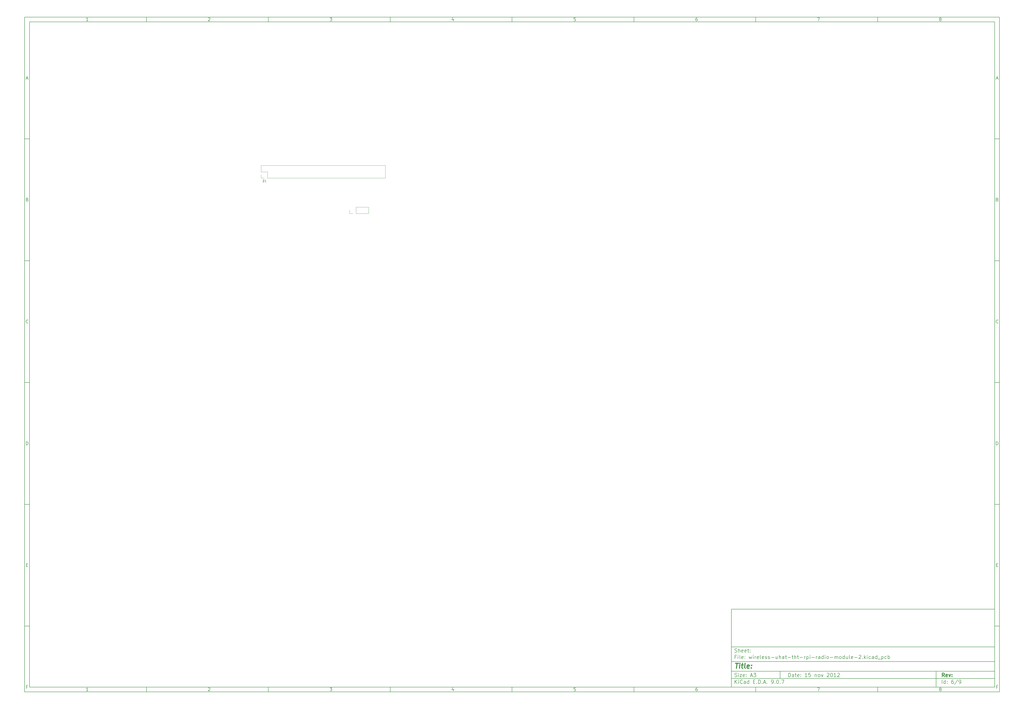
<source format=gbo>
G04 #@! TF.GenerationSoftware,KiCad,Pcbnew,9.0.7*
G04 #@! TF.CreationDate,2026-02-19T07:24:11-06:00*
G04 #@! TF.ProjectId,wireless-uhat-tht-rpi-radio-module-2,77697265-6c65-4737-932d-756861742d74,rev?*
G04 #@! TF.SameCoordinates,Original*
G04 #@! TF.FileFunction,Legend,Bot*
G04 #@! TF.FilePolarity,Positive*
%FSLAX46Y46*%
G04 Gerber Fmt 4.6, Leading zero omitted, Abs format (unit mm)*
G04 Created by KiCad (PCBNEW 9.0.7) date 2026-02-19 07:24:11*
%MOMM*%
%LPD*%
G01*
G04 APERTURE LIST*
%ADD10C,0.100000*%
%ADD11C,0.150000*%
%ADD12C,0.300000*%
%ADD13C,0.400000*%
%ADD14C,0.120000*%
G04 APERTURE END LIST*
D10*
D11*
X299989000Y-253002200D02*
X407989000Y-253002200D01*
X407989000Y-285002200D01*
X299989000Y-285002200D01*
X299989000Y-253002200D01*
D10*
D11*
X10000000Y-10000000D02*
X409989000Y-10000000D01*
X409989000Y-287002200D01*
X10000000Y-287002200D01*
X10000000Y-10000000D01*
D10*
D11*
X12000000Y-12000000D02*
X407989000Y-12000000D01*
X407989000Y-285002200D01*
X12000000Y-285002200D01*
X12000000Y-12000000D01*
D10*
D11*
X60000000Y-12000000D02*
X60000000Y-10000000D01*
D10*
D11*
X110000000Y-12000000D02*
X110000000Y-10000000D01*
D10*
D11*
X160000000Y-12000000D02*
X160000000Y-10000000D01*
D10*
D11*
X210000000Y-12000000D02*
X210000000Y-10000000D01*
D10*
D11*
X260000000Y-12000000D02*
X260000000Y-10000000D01*
D10*
D11*
X310000000Y-12000000D02*
X310000000Y-10000000D01*
D10*
D11*
X360000000Y-12000000D02*
X360000000Y-10000000D01*
D10*
D11*
X36089160Y-11593604D02*
X35346303Y-11593604D01*
X35717731Y-11593604D02*
X35717731Y-10293604D01*
X35717731Y-10293604D02*
X35593922Y-10479319D01*
X35593922Y-10479319D02*
X35470112Y-10603128D01*
X35470112Y-10603128D02*
X35346303Y-10665033D01*
D10*
D11*
X85346303Y-10417414D02*
X85408207Y-10355509D01*
X85408207Y-10355509D02*
X85532017Y-10293604D01*
X85532017Y-10293604D02*
X85841541Y-10293604D01*
X85841541Y-10293604D02*
X85965350Y-10355509D01*
X85965350Y-10355509D02*
X86027255Y-10417414D01*
X86027255Y-10417414D02*
X86089160Y-10541223D01*
X86089160Y-10541223D02*
X86089160Y-10665033D01*
X86089160Y-10665033D02*
X86027255Y-10850747D01*
X86027255Y-10850747D02*
X85284398Y-11593604D01*
X85284398Y-11593604D02*
X86089160Y-11593604D01*
D10*
D11*
X135284398Y-10293604D02*
X136089160Y-10293604D01*
X136089160Y-10293604D02*
X135655826Y-10788842D01*
X135655826Y-10788842D02*
X135841541Y-10788842D01*
X135841541Y-10788842D02*
X135965350Y-10850747D01*
X135965350Y-10850747D02*
X136027255Y-10912652D01*
X136027255Y-10912652D02*
X136089160Y-11036461D01*
X136089160Y-11036461D02*
X136089160Y-11345985D01*
X136089160Y-11345985D02*
X136027255Y-11469795D01*
X136027255Y-11469795D02*
X135965350Y-11531700D01*
X135965350Y-11531700D02*
X135841541Y-11593604D01*
X135841541Y-11593604D02*
X135470112Y-11593604D01*
X135470112Y-11593604D02*
X135346303Y-11531700D01*
X135346303Y-11531700D02*
X135284398Y-11469795D01*
D10*
D11*
X185965350Y-10726938D02*
X185965350Y-11593604D01*
X185655826Y-10231700D02*
X185346303Y-11160271D01*
X185346303Y-11160271D02*
X186151064Y-11160271D01*
D10*
D11*
X236027255Y-10293604D02*
X235408207Y-10293604D01*
X235408207Y-10293604D02*
X235346303Y-10912652D01*
X235346303Y-10912652D02*
X235408207Y-10850747D01*
X235408207Y-10850747D02*
X235532017Y-10788842D01*
X235532017Y-10788842D02*
X235841541Y-10788842D01*
X235841541Y-10788842D02*
X235965350Y-10850747D01*
X235965350Y-10850747D02*
X236027255Y-10912652D01*
X236027255Y-10912652D02*
X236089160Y-11036461D01*
X236089160Y-11036461D02*
X236089160Y-11345985D01*
X236089160Y-11345985D02*
X236027255Y-11469795D01*
X236027255Y-11469795D02*
X235965350Y-11531700D01*
X235965350Y-11531700D02*
X235841541Y-11593604D01*
X235841541Y-11593604D02*
X235532017Y-11593604D01*
X235532017Y-11593604D02*
X235408207Y-11531700D01*
X235408207Y-11531700D02*
X235346303Y-11469795D01*
D10*
D11*
X285965350Y-10293604D02*
X285717731Y-10293604D01*
X285717731Y-10293604D02*
X285593922Y-10355509D01*
X285593922Y-10355509D02*
X285532017Y-10417414D01*
X285532017Y-10417414D02*
X285408207Y-10603128D01*
X285408207Y-10603128D02*
X285346303Y-10850747D01*
X285346303Y-10850747D02*
X285346303Y-11345985D01*
X285346303Y-11345985D02*
X285408207Y-11469795D01*
X285408207Y-11469795D02*
X285470112Y-11531700D01*
X285470112Y-11531700D02*
X285593922Y-11593604D01*
X285593922Y-11593604D02*
X285841541Y-11593604D01*
X285841541Y-11593604D02*
X285965350Y-11531700D01*
X285965350Y-11531700D02*
X286027255Y-11469795D01*
X286027255Y-11469795D02*
X286089160Y-11345985D01*
X286089160Y-11345985D02*
X286089160Y-11036461D01*
X286089160Y-11036461D02*
X286027255Y-10912652D01*
X286027255Y-10912652D02*
X285965350Y-10850747D01*
X285965350Y-10850747D02*
X285841541Y-10788842D01*
X285841541Y-10788842D02*
X285593922Y-10788842D01*
X285593922Y-10788842D02*
X285470112Y-10850747D01*
X285470112Y-10850747D02*
X285408207Y-10912652D01*
X285408207Y-10912652D02*
X285346303Y-11036461D01*
D10*
D11*
X335284398Y-10293604D02*
X336151064Y-10293604D01*
X336151064Y-10293604D02*
X335593922Y-11593604D01*
D10*
D11*
X385593922Y-10850747D02*
X385470112Y-10788842D01*
X385470112Y-10788842D02*
X385408207Y-10726938D01*
X385408207Y-10726938D02*
X385346303Y-10603128D01*
X385346303Y-10603128D02*
X385346303Y-10541223D01*
X385346303Y-10541223D02*
X385408207Y-10417414D01*
X385408207Y-10417414D02*
X385470112Y-10355509D01*
X385470112Y-10355509D02*
X385593922Y-10293604D01*
X385593922Y-10293604D02*
X385841541Y-10293604D01*
X385841541Y-10293604D02*
X385965350Y-10355509D01*
X385965350Y-10355509D02*
X386027255Y-10417414D01*
X386027255Y-10417414D02*
X386089160Y-10541223D01*
X386089160Y-10541223D02*
X386089160Y-10603128D01*
X386089160Y-10603128D02*
X386027255Y-10726938D01*
X386027255Y-10726938D02*
X385965350Y-10788842D01*
X385965350Y-10788842D02*
X385841541Y-10850747D01*
X385841541Y-10850747D02*
X385593922Y-10850747D01*
X385593922Y-10850747D02*
X385470112Y-10912652D01*
X385470112Y-10912652D02*
X385408207Y-10974557D01*
X385408207Y-10974557D02*
X385346303Y-11098366D01*
X385346303Y-11098366D02*
X385346303Y-11345985D01*
X385346303Y-11345985D02*
X385408207Y-11469795D01*
X385408207Y-11469795D02*
X385470112Y-11531700D01*
X385470112Y-11531700D02*
X385593922Y-11593604D01*
X385593922Y-11593604D02*
X385841541Y-11593604D01*
X385841541Y-11593604D02*
X385965350Y-11531700D01*
X385965350Y-11531700D02*
X386027255Y-11469795D01*
X386027255Y-11469795D02*
X386089160Y-11345985D01*
X386089160Y-11345985D02*
X386089160Y-11098366D01*
X386089160Y-11098366D02*
X386027255Y-10974557D01*
X386027255Y-10974557D02*
X385965350Y-10912652D01*
X385965350Y-10912652D02*
X385841541Y-10850747D01*
D10*
D11*
X60000000Y-285002200D02*
X60000000Y-287002200D01*
D10*
D11*
X110000000Y-285002200D02*
X110000000Y-287002200D01*
D10*
D11*
X160000000Y-285002200D02*
X160000000Y-287002200D01*
D10*
D11*
X210000000Y-285002200D02*
X210000000Y-287002200D01*
D10*
D11*
X260000000Y-285002200D02*
X260000000Y-287002200D01*
D10*
D11*
X310000000Y-285002200D02*
X310000000Y-287002200D01*
D10*
D11*
X360000000Y-285002200D02*
X360000000Y-287002200D01*
D10*
D11*
X36089160Y-286595804D02*
X35346303Y-286595804D01*
X35717731Y-286595804D02*
X35717731Y-285295804D01*
X35717731Y-285295804D02*
X35593922Y-285481519D01*
X35593922Y-285481519D02*
X35470112Y-285605328D01*
X35470112Y-285605328D02*
X35346303Y-285667233D01*
D10*
D11*
X85346303Y-285419614D02*
X85408207Y-285357709D01*
X85408207Y-285357709D02*
X85532017Y-285295804D01*
X85532017Y-285295804D02*
X85841541Y-285295804D01*
X85841541Y-285295804D02*
X85965350Y-285357709D01*
X85965350Y-285357709D02*
X86027255Y-285419614D01*
X86027255Y-285419614D02*
X86089160Y-285543423D01*
X86089160Y-285543423D02*
X86089160Y-285667233D01*
X86089160Y-285667233D02*
X86027255Y-285852947D01*
X86027255Y-285852947D02*
X85284398Y-286595804D01*
X85284398Y-286595804D02*
X86089160Y-286595804D01*
D10*
D11*
X135284398Y-285295804D02*
X136089160Y-285295804D01*
X136089160Y-285295804D02*
X135655826Y-285791042D01*
X135655826Y-285791042D02*
X135841541Y-285791042D01*
X135841541Y-285791042D02*
X135965350Y-285852947D01*
X135965350Y-285852947D02*
X136027255Y-285914852D01*
X136027255Y-285914852D02*
X136089160Y-286038661D01*
X136089160Y-286038661D02*
X136089160Y-286348185D01*
X136089160Y-286348185D02*
X136027255Y-286471995D01*
X136027255Y-286471995D02*
X135965350Y-286533900D01*
X135965350Y-286533900D02*
X135841541Y-286595804D01*
X135841541Y-286595804D02*
X135470112Y-286595804D01*
X135470112Y-286595804D02*
X135346303Y-286533900D01*
X135346303Y-286533900D02*
X135284398Y-286471995D01*
D10*
D11*
X185965350Y-285729138D02*
X185965350Y-286595804D01*
X185655826Y-285233900D02*
X185346303Y-286162471D01*
X185346303Y-286162471D02*
X186151064Y-286162471D01*
D10*
D11*
X236027255Y-285295804D02*
X235408207Y-285295804D01*
X235408207Y-285295804D02*
X235346303Y-285914852D01*
X235346303Y-285914852D02*
X235408207Y-285852947D01*
X235408207Y-285852947D02*
X235532017Y-285791042D01*
X235532017Y-285791042D02*
X235841541Y-285791042D01*
X235841541Y-285791042D02*
X235965350Y-285852947D01*
X235965350Y-285852947D02*
X236027255Y-285914852D01*
X236027255Y-285914852D02*
X236089160Y-286038661D01*
X236089160Y-286038661D02*
X236089160Y-286348185D01*
X236089160Y-286348185D02*
X236027255Y-286471995D01*
X236027255Y-286471995D02*
X235965350Y-286533900D01*
X235965350Y-286533900D02*
X235841541Y-286595804D01*
X235841541Y-286595804D02*
X235532017Y-286595804D01*
X235532017Y-286595804D02*
X235408207Y-286533900D01*
X235408207Y-286533900D02*
X235346303Y-286471995D01*
D10*
D11*
X285965350Y-285295804D02*
X285717731Y-285295804D01*
X285717731Y-285295804D02*
X285593922Y-285357709D01*
X285593922Y-285357709D02*
X285532017Y-285419614D01*
X285532017Y-285419614D02*
X285408207Y-285605328D01*
X285408207Y-285605328D02*
X285346303Y-285852947D01*
X285346303Y-285852947D02*
X285346303Y-286348185D01*
X285346303Y-286348185D02*
X285408207Y-286471995D01*
X285408207Y-286471995D02*
X285470112Y-286533900D01*
X285470112Y-286533900D02*
X285593922Y-286595804D01*
X285593922Y-286595804D02*
X285841541Y-286595804D01*
X285841541Y-286595804D02*
X285965350Y-286533900D01*
X285965350Y-286533900D02*
X286027255Y-286471995D01*
X286027255Y-286471995D02*
X286089160Y-286348185D01*
X286089160Y-286348185D02*
X286089160Y-286038661D01*
X286089160Y-286038661D02*
X286027255Y-285914852D01*
X286027255Y-285914852D02*
X285965350Y-285852947D01*
X285965350Y-285852947D02*
X285841541Y-285791042D01*
X285841541Y-285791042D02*
X285593922Y-285791042D01*
X285593922Y-285791042D02*
X285470112Y-285852947D01*
X285470112Y-285852947D02*
X285408207Y-285914852D01*
X285408207Y-285914852D02*
X285346303Y-286038661D01*
D10*
D11*
X335284398Y-285295804D02*
X336151064Y-285295804D01*
X336151064Y-285295804D02*
X335593922Y-286595804D01*
D10*
D11*
X385593922Y-285852947D02*
X385470112Y-285791042D01*
X385470112Y-285791042D02*
X385408207Y-285729138D01*
X385408207Y-285729138D02*
X385346303Y-285605328D01*
X385346303Y-285605328D02*
X385346303Y-285543423D01*
X385346303Y-285543423D02*
X385408207Y-285419614D01*
X385408207Y-285419614D02*
X385470112Y-285357709D01*
X385470112Y-285357709D02*
X385593922Y-285295804D01*
X385593922Y-285295804D02*
X385841541Y-285295804D01*
X385841541Y-285295804D02*
X385965350Y-285357709D01*
X385965350Y-285357709D02*
X386027255Y-285419614D01*
X386027255Y-285419614D02*
X386089160Y-285543423D01*
X386089160Y-285543423D02*
X386089160Y-285605328D01*
X386089160Y-285605328D02*
X386027255Y-285729138D01*
X386027255Y-285729138D02*
X385965350Y-285791042D01*
X385965350Y-285791042D02*
X385841541Y-285852947D01*
X385841541Y-285852947D02*
X385593922Y-285852947D01*
X385593922Y-285852947D02*
X385470112Y-285914852D01*
X385470112Y-285914852D02*
X385408207Y-285976757D01*
X385408207Y-285976757D02*
X385346303Y-286100566D01*
X385346303Y-286100566D02*
X385346303Y-286348185D01*
X385346303Y-286348185D02*
X385408207Y-286471995D01*
X385408207Y-286471995D02*
X385470112Y-286533900D01*
X385470112Y-286533900D02*
X385593922Y-286595804D01*
X385593922Y-286595804D02*
X385841541Y-286595804D01*
X385841541Y-286595804D02*
X385965350Y-286533900D01*
X385965350Y-286533900D02*
X386027255Y-286471995D01*
X386027255Y-286471995D02*
X386089160Y-286348185D01*
X386089160Y-286348185D02*
X386089160Y-286100566D01*
X386089160Y-286100566D02*
X386027255Y-285976757D01*
X386027255Y-285976757D02*
X385965350Y-285914852D01*
X385965350Y-285914852D02*
X385841541Y-285852947D01*
D10*
D11*
X10000000Y-60000000D02*
X12000000Y-60000000D01*
D10*
D11*
X10000000Y-110000000D02*
X12000000Y-110000000D01*
D10*
D11*
X10000000Y-160000000D02*
X12000000Y-160000000D01*
D10*
D11*
X10000000Y-210000000D02*
X12000000Y-210000000D01*
D10*
D11*
X10000000Y-260000000D02*
X12000000Y-260000000D01*
D10*
D11*
X10690476Y-35222176D02*
X11309523Y-35222176D01*
X10566666Y-35593604D02*
X10999999Y-34293604D01*
X10999999Y-34293604D02*
X11433333Y-35593604D01*
D10*
D11*
X11092857Y-84912652D02*
X11278571Y-84974557D01*
X11278571Y-84974557D02*
X11340476Y-85036461D01*
X11340476Y-85036461D02*
X11402380Y-85160271D01*
X11402380Y-85160271D02*
X11402380Y-85345985D01*
X11402380Y-85345985D02*
X11340476Y-85469795D01*
X11340476Y-85469795D02*
X11278571Y-85531700D01*
X11278571Y-85531700D02*
X11154761Y-85593604D01*
X11154761Y-85593604D02*
X10659523Y-85593604D01*
X10659523Y-85593604D02*
X10659523Y-84293604D01*
X10659523Y-84293604D02*
X11092857Y-84293604D01*
X11092857Y-84293604D02*
X11216666Y-84355509D01*
X11216666Y-84355509D02*
X11278571Y-84417414D01*
X11278571Y-84417414D02*
X11340476Y-84541223D01*
X11340476Y-84541223D02*
X11340476Y-84665033D01*
X11340476Y-84665033D02*
X11278571Y-84788842D01*
X11278571Y-84788842D02*
X11216666Y-84850747D01*
X11216666Y-84850747D02*
X11092857Y-84912652D01*
X11092857Y-84912652D02*
X10659523Y-84912652D01*
D10*
D11*
X11402380Y-135469795D02*
X11340476Y-135531700D01*
X11340476Y-135531700D02*
X11154761Y-135593604D01*
X11154761Y-135593604D02*
X11030952Y-135593604D01*
X11030952Y-135593604D02*
X10845238Y-135531700D01*
X10845238Y-135531700D02*
X10721428Y-135407890D01*
X10721428Y-135407890D02*
X10659523Y-135284080D01*
X10659523Y-135284080D02*
X10597619Y-135036461D01*
X10597619Y-135036461D02*
X10597619Y-134850747D01*
X10597619Y-134850747D02*
X10659523Y-134603128D01*
X10659523Y-134603128D02*
X10721428Y-134479319D01*
X10721428Y-134479319D02*
X10845238Y-134355509D01*
X10845238Y-134355509D02*
X11030952Y-134293604D01*
X11030952Y-134293604D02*
X11154761Y-134293604D01*
X11154761Y-134293604D02*
X11340476Y-134355509D01*
X11340476Y-134355509D02*
X11402380Y-134417414D01*
D10*
D11*
X10659523Y-185593604D02*
X10659523Y-184293604D01*
X10659523Y-184293604D02*
X10969047Y-184293604D01*
X10969047Y-184293604D02*
X11154761Y-184355509D01*
X11154761Y-184355509D02*
X11278571Y-184479319D01*
X11278571Y-184479319D02*
X11340476Y-184603128D01*
X11340476Y-184603128D02*
X11402380Y-184850747D01*
X11402380Y-184850747D02*
X11402380Y-185036461D01*
X11402380Y-185036461D02*
X11340476Y-185284080D01*
X11340476Y-185284080D02*
X11278571Y-185407890D01*
X11278571Y-185407890D02*
X11154761Y-185531700D01*
X11154761Y-185531700D02*
X10969047Y-185593604D01*
X10969047Y-185593604D02*
X10659523Y-185593604D01*
D10*
D11*
X10721428Y-234912652D02*
X11154762Y-234912652D01*
X11340476Y-235593604D02*
X10721428Y-235593604D01*
X10721428Y-235593604D02*
X10721428Y-234293604D01*
X10721428Y-234293604D02*
X11340476Y-234293604D01*
D10*
D11*
X11185714Y-284912652D02*
X10752380Y-284912652D01*
X10752380Y-285593604D02*
X10752380Y-284293604D01*
X10752380Y-284293604D02*
X11371428Y-284293604D01*
D10*
D11*
X409989000Y-60000000D02*
X407989000Y-60000000D01*
D10*
D11*
X409989000Y-110000000D02*
X407989000Y-110000000D01*
D10*
D11*
X409989000Y-160000000D02*
X407989000Y-160000000D01*
D10*
D11*
X409989000Y-210000000D02*
X407989000Y-210000000D01*
D10*
D11*
X409989000Y-260000000D02*
X407989000Y-260000000D01*
D10*
D11*
X408679476Y-35222176D02*
X409298523Y-35222176D01*
X408555666Y-35593604D02*
X408988999Y-34293604D01*
X408988999Y-34293604D02*
X409422333Y-35593604D01*
D10*
D11*
X409081857Y-84912652D02*
X409267571Y-84974557D01*
X409267571Y-84974557D02*
X409329476Y-85036461D01*
X409329476Y-85036461D02*
X409391380Y-85160271D01*
X409391380Y-85160271D02*
X409391380Y-85345985D01*
X409391380Y-85345985D02*
X409329476Y-85469795D01*
X409329476Y-85469795D02*
X409267571Y-85531700D01*
X409267571Y-85531700D02*
X409143761Y-85593604D01*
X409143761Y-85593604D02*
X408648523Y-85593604D01*
X408648523Y-85593604D02*
X408648523Y-84293604D01*
X408648523Y-84293604D02*
X409081857Y-84293604D01*
X409081857Y-84293604D02*
X409205666Y-84355509D01*
X409205666Y-84355509D02*
X409267571Y-84417414D01*
X409267571Y-84417414D02*
X409329476Y-84541223D01*
X409329476Y-84541223D02*
X409329476Y-84665033D01*
X409329476Y-84665033D02*
X409267571Y-84788842D01*
X409267571Y-84788842D02*
X409205666Y-84850747D01*
X409205666Y-84850747D02*
X409081857Y-84912652D01*
X409081857Y-84912652D02*
X408648523Y-84912652D01*
D10*
D11*
X409391380Y-135469795D02*
X409329476Y-135531700D01*
X409329476Y-135531700D02*
X409143761Y-135593604D01*
X409143761Y-135593604D02*
X409019952Y-135593604D01*
X409019952Y-135593604D02*
X408834238Y-135531700D01*
X408834238Y-135531700D02*
X408710428Y-135407890D01*
X408710428Y-135407890D02*
X408648523Y-135284080D01*
X408648523Y-135284080D02*
X408586619Y-135036461D01*
X408586619Y-135036461D02*
X408586619Y-134850747D01*
X408586619Y-134850747D02*
X408648523Y-134603128D01*
X408648523Y-134603128D02*
X408710428Y-134479319D01*
X408710428Y-134479319D02*
X408834238Y-134355509D01*
X408834238Y-134355509D02*
X409019952Y-134293604D01*
X409019952Y-134293604D02*
X409143761Y-134293604D01*
X409143761Y-134293604D02*
X409329476Y-134355509D01*
X409329476Y-134355509D02*
X409391380Y-134417414D01*
D10*
D11*
X408648523Y-185593604D02*
X408648523Y-184293604D01*
X408648523Y-184293604D02*
X408958047Y-184293604D01*
X408958047Y-184293604D02*
X409143761Y-184355509D01*
X409143761Y-184355509D02*
X409267571Y-184479319D01*
X409267571Y-184479319D02*
X409329476Y-184603128D01*
X409329476Y-184603128D02*
X409391380Y-184850747D01*
X409391380Y-184850747D02*
X409391380Y-185036461D01*
X409391380Y-185036461D02*
X409329476Y-185284080D01*
X409329476Y-185284080D02*
X409267571Y-185407890D01*
X409267571Y-185407890D02*
X409143761Y-185531700D01*
X409143761Y-185531700D02*
X408958047Y-185593604D01*
X408958047Y-185593604D02*
X408648523Y-185593604D01*
D10*
D11*
X408710428Y-234912652D02*
X409143762Y-234912652D01*
X409329476Y-235593604D02*
X408710428Y-235593604D01*
X408710428Y-235593604D02*
X408710428Y-234293604D01*
X408710428Y-234293604D02*
X409329476Y-234293604D01*
D10*
D11*
X409174714Y-284912652D02*
X408741380Y-284912652D01*
X408741380Y-285593604D02*
X408741380Y-284293604D01*
X408741380Y-284293604D02*
X409360428Y-284293604D01*
D10*
D11*
X323444826Y-280788328D02*
X323444826Y-279288328D01*
X323444826Y-279288328D02*
X323801969Y-279288328D01*
X323801969Y-279288328D02*
X324016255Y-279359757D01*
X324016255Y-279359757D02*
X324159112Y-279502614D01*
X324159112Y-279502614D02*
X324230541Y-279645471D01*
X324230541Y-279645471D02*
X324301969Y-279931185D01*
X324301969Y-279931185D02*
X324301969Y-280145471D01*
X324301969Y-280145471D02*
X324230541Y-280431185D01*
X324230541Y-280431185D02*
X324159112Y-280574042D01*
X324159112Y-280574042D02*
X324016255Y-280716900D01*
X324016255Y-280716900D02*
X323801969Y-280788328D01*
X323801969Y-280788328D02*
X323444826Y-280788328D01*
X325587684Y-280788328D02*
X325587684Y-280002614D01*
X325587684Y-280002614D02*
X325516255Y-279859757D01*
X325516255Y-279859757D02*
X325373398Y-279788328D01*
X325373398Y-279788328D02*
X325087684Y-279788328D01*
X325087684Y-279788328D02*
X324944826Y-279859757D01*
X325587684Y-280716900D02*
X325444826Y-280788328D01*
X325444826Y-280788328D02*
X325087684Y-280788328D01*
X325087684Y-280788328D02*
X324944826Y-280716900D01*
X324944826Y-280716900D02*
X324873398Y-280574042D01*
X324873398Y-280574042D02*
X324873398Y-280431185D01*
X324873398Y-280431185D02*
X324944826Y-280288328D01*
X324944826Y-280288328D02*
X325087684Y-280216900D01*
X325087684Y-280216900D02*
X325444826Y-280216900D01*
X325444826Y-280216900D02*
X325587684Y-280145471D01*
X326087684Y-279788328D02*
X326659112Y-279788328D01*
X326301969Y-279288328D02*
X326301969Y-280574042D01*
X326301969Y-280574042D02*
X326373398Y-280716900D01*
X326373398Y-280716900D02*
X326516255Y-280788328D01*
X326516255Y-280788328D02*
X326659112Y-280788328D01*
X327730541Y-280716900D02*
X327587684Y-280788328D01*
X327587684Y-280788328D02*
X327301970Y-280788328D01*
X327301970Y-280788328D02*
X327159112Y-280716900D01*
X327159112Y-280716900D02*
X327087684Y-280574042D01*
X327087684Y-280574042D02*
X327087684Y-280002614D01*
X327087684Y-280002614D02*
X327159112Y-279859757D01*
X327159112Y-279859757D02*
X327301970Y-279788328D01*
X327301970Y-279788328D02*
X327587684Y-279788328D01*
X327587684Y-279788328D02*
X327730541Y-279859757D01*
X327730541Y-279859757D02*
X327801970Y-280002614D01*
X327801970Y-280002614D02*
X327801970Y-280145471D01*
X327801970Y-280145471D02*
X327087684Y-280288328D01*
X328444826Y-280645471D02*
X328516255Y-280716900D01*
X328516255Y-280716900D02*
X328444826Y-280788328D01*
X328444826Y-280788328D02*
X328373398Y-280716900D01*
X328373398Y-280716900D02*
X328444826Y-280645471D01*
X328444826Y-280645471D02*
X328444826Y-280788328D01*
X328444826Y-279859757D02*
X328516255Y-279931185D01*
X328516255Y-279931185D02*
X328444826Y-280002614D01*
X328444826Y-280002614D02*
X328373398Y-279931185D01*
X328373398Y-279931185D02*
X328444826Y-279859757D01*
X328444826Y-279859757D02*
X328444826Y-280002614D01*
X331087684Y-280788328D02*
X330230541Y-280788328D01*
X330659112Y-280788328D02*
X330659112Y-279288328D01*
X330659112Y-279288328D02*
X330516255Y-279502614D01*
X330516255Y-279502614D02*
X330373398Y-279645471D01*
X330373398Y-279645471D02*
X330230541Y-279716900D01*
X332444826Y-279288328D02*
X331730540Y-279288328D01*
X331730540Y-279288328D02*
X331659112Y-280002614D01*
X331659112Y-280002614D02*
X331730540Y-279931185D01*
X331730540Y-279931185D02*
X331873398Y-279859757D01*
X331873398Y-279859757D02*
X332230540Y-279859757D01*
X332230540Y-279859757D02*
X332373398Y-279931185D01*
X332373398Y-279931185D02*
X332444826Y-280002614D01*
X332444826Y-280002614D02*
X332516255Y-280145471D01*
X332516255Y-280145471D02*
X332516255Y-280502614D01*
X332516255Y-280502614D02*
X332444826Y-280645471D01*
X332444826Y-280645471D02*
X332373398Y-280716900D01*
X332373398Y-280716900D02*
X332230540Y-280788328D01*
X332230540Y-280788328D02*
X331873398Y-280788328D01*
X331873398Y-280788328D02*
X331730540Y-280716900D01*
X331730540Y-280716900D02*
X331659112Y-280645471D01*
X334301968Y-279788328D02*
X334301968Y-280788328D01*
X334301968Y-279931185D02*
X334373397Y-279859757D01*
X334373397Y-279859757D02*
X334516254Y-279788328D01*
X334516254Y-279788328D02*
X334730540Y-279788328D01*
X334730540Y-279788328D02*
X334873397Y-279859757D01*
X334873397Y-279859757D02*
X334944826Y-280002614D01*
X334944826Y-280002614D02*
X334944826Y-280788328D01*
X335873397Y-280788328D02*
X335730540Y-280716900D01*
X335730540Y-280716900D02*
X335659111Y-280645471D01*
X335659111Y-280645471D02*
X335587683Y-280502614D01*
X335587683Y-280502614D02*
X335587683Y-280074042D01*
X335587683Y-280074042D02*
X335659111Y-279931185D01*
X335659111Y-279931185D02*
X335730540Y-279859757D01*
X335730540Y-279859757D02*
X335873397Y-279788328D01*
X335873397Y-279788328D02*
X336087683Y-279788328D01*
X336087683Y-279788328D02*
X336230540Y-279859757D01*
X336230540Y-279859757D02*
X336301969Y-279931185D01*
X336301969Y-279931185D02*
X336373397Y-280074042D01*
X336373397Y-280074042D02*
X336373397Y-280502614D01*
X336373397Y-280502614D02*
X336301969Y-280645471D01*
X336301969Y-280645471D02*
X336230540Y-280716900D01*
X336230540Y-280716900D02*
X336087683Y-280788328D01*
X336087683Y-280788328D02*
X335873397Y-280788328D01*
X336873397Y-279788328D02*
X337230540Y-280788328D01*
X337230540Y-280788328D02*
X337587683Y-279788328D01*
X339230540Y-279431185D02*
X339301968Y-279359757D01*
X339301968Y-279359757D02*
X339444826Y-279288328D01*
X339444826Y-279288328D02*
X339801968Y-279288328D01*
X339801968Y-279288328D02*
X339944826Y-279359757D01*
X339944826Y-279359757D02*
X340016254Y-279431185D01*
X340016254Y-279431185D02*
X340087683Y-279574042D01*
X340087683Y-279574042D02*
X340087683Y-279716900D01*
X340087683Y-279716900D02*
X340016254Y-279931185D01*
X340016254Y-279931185D02*
X339159111Y-280788328D01*
X339159111Y-280788328D02*
X340087683Y-280788328D01*
X341016254Y-279288328D02*
X341159111Y-279288328D01*
X341159111Y-279288328D02*
X341301968Y-279359757D01*
X341301968Y-279359757D02*
X341373397Y-279431185D01*
X341373397Y-279431185D02*
X341444825Y-279574042D01*
X341444825Y-279574042D02*
X341516254Y-279859757D01*
X341516254Y-279859757D02*
X341516254Y-280216900D01*
X341516254Y-280216900D02*
X341444825Y-280502614D01*
X341444825Y-280502614D02*
X341373397Y-280645471D01*
X341373397Y-280645471D02*
X341301968Y-280716900D01*
X341301968Y-280716900D02*
X341159111Y-280788328D01*
X341159111Y-280788328D02*
X341016254Y-280788328D01*
X341016254Y-280788328D02*
X340873397Y-280716900D01*
X340873397Y-280716900D02*
X340801968Y-280645471D01*
X340801968Y-280645471D02*
X340730539Y-280502614D01*
X340730539Y-280502614D02*
X340659111Y-280216900D01*
X340659111Y-280216900D02*
X340659111Y-279859757D01*
X340659111Y-279859757D02*
X340730539Y-279574042D01*
X340730539Y-279574042D02*
X340801968Y-279431185D01*
X340801968Y-279431185D02*
X340873397Y-279359757D01*
X340873397Y-279359757D02*
X341016254Y-279288328D01*
X342944825Y-280788328D02*
X342087682Y-280788328D01*
X342516253Y-280788328D02*
X342516253Y-279288328D01*
X342516253Y-279288328D02*
X342373396Y-279502614D01*
X342373396Y-279502614D02*
X342230539Y-279645471D01*
X342230539Y-279645471D02*
X342087682Y-279716900D01*
X343516253Y-279431185D02*
X343587681Y-279359757D01*
X343587681Y-279359757D02*
X343730539Y-279288328D01*
X343730539Y-279288328D02*
X344087681Y-279288328D01*
X344087681Y-279288328D02*
X344230539Y-279359757D01*
X344230539Y-279359757D02*
X344301967Y-279431185D01*
X344301967Y-279431185D02*
X344373396Y-279574042D01*
X344373396Y-279574042D02*
X344373396Y-279716900D01*
X344373396Y-279716900D02*
X344301967Y-279931185D01*
X344301967Y-279931185D02*
X343444824Y-280788328D01*
X343444824Y-280788328D02*
X344373396Y-280788328D01*
D10*
D11*
X299989000Y-281502200D02*
X407989000Y-281502200D01*
D10*
D11*
X301444826Y-283588328D02*
X301444826Y-282088328D01*
X302301969Y-283588328D02*
X301659112Y-282731185D01*
X302301969Y-282088328D02*
X301444826Y-282945471D01*
X302944826Y-283588328D02*
X302944826Y-282588328D01*
X302944826Y-282088328D02*
X302873398Y-282159757D01*
X302873398Y-282159757D02*
X302944826Y-282231185D01*
X302944826Y-282231185D02*
X303016255Y-282159757D01*
X303016255Y-282159757D02*
X302944826Y-282088328D01*
X302944826Y-282088328D02*
X302944826Y-282231185D01*
X304516255Y-283445471D02*
X304444827Y-283516900D01*
X304444827Y-283516900D02*
X304230541Y-283588328D01*
X304230541Y-283588328D02*
X304087684Y-283588328D01*
X304087684Y-283588328D02*
X303873398Y-283516900D01*
X303873398Y-283516900D02*
X303730541Y-283374042D01*
X303730541Y-283374042D02*
X303659112Y-283231185D01*
X303659112Y-283231185D02*
X303587684Y-282945471D01*
X303587684Y-282945471D02*
X303587684Y-282731185D01*
X303587684Y-282731185D02*
X303659112Y-282445471D01*
X303659112Y-282445471D02*
X303730541Y-282302614D01*
X303730541Y-282302614D02*
X303873398Y-282159757D01*
X303873398Y-282159757D02*
X304087684Y-282088328D01*
X304087684Y-282088328D02*
X304230541Y-282088328D01*
X304230541Y-282088328D02*
X304444827Y-282159757D01*
X304444827Y-282159757D02*
X304516255Y-282231185D01*
X305801970Y-283588328D02*
X305801970Y-282802614D01*
X305801970Y-282802614D02*
X305730541Y-282659757D01*
X305730541Y-282659757D02*
X305587684Y-282588328D01*
X305587684Y-282588328D02*
X305301970Y-282588328D01*
X305301970Y-282588328D02*
X305159112Y-282659757D01*
X305801970Y-283516900D02*
X305659112Y-283588328D01*
X305659112Y-283588328D02*
X305301970Y-283588328D01*
X305301970Y-283588328D02*
X305159112Y-283516900D01*
X305159112Y-283516900D02*
X305087684Y-283374042D01*
X305087684Y-283374042D02*
X305087684Y-283231185D01*
X305087684Y-283231185D02*
X305159112Y-283088328D01*
X305159112Y-283088328D02*
X305301970Y-283016900D01*
X305301970Y-283016900D02*
X305659112Y-283016900D01*
X305659112Y-283016900D02*
X305801970Y-282945471D01*
X307159113Y-283588328D02*
X307159113Y-282088328D01*
X307159113Y-283516900D02*
X307016255Y-283588328D01*
X307016255Y-283588328D02*
X306730541Y-283588328D01*
X306730541Y-283588328D02*
X306587684Y-283516900D01*
X306587684Y-283516900D02*
X306516255Y-283445471D01*
X306516255Y-283445471D02*
X306444827Y-283302614D01*
X306444827Y-283302614D02*
X306444827Y-282874042D01*
X306444827Y-282874042D02*
X306516255Y-282731185D01*
X306516255Y-282731185D02*
X306587684Y-282659757D01*
X306587684Y-282659757D02*
X306730541Y-282588328D01*
X306730541Y-282588328D02*
X307016255Y-282588328D01*
X307016255Y-282588328D02*
X307159113Y-282659757D01*
X309016255Y-282802614D02*
X309516255Y-282802614D01*
X309730541Y-283588328D02*
X309016255Y-283588328D01*
X309016255Y-283588328D02*
X309016255Y-282088328D01*
X309016255Y-282088328D02*
X309730541Y-282088328D01*
X310373398Y-283445471D02*
X310444827Y-283516900D01*
X310444827Y-283516900D02*
X310373398Y-283588328D01*
X310373398Y-283588328D02*
X310301970Y-283516900D01*
X310301970Y-283516900D02*
X310373398Y-283445471D01*
X310373398Y-283445471D02*
X310373398Y-283588328D01*
X311087684Y-283588328D02*
X311087684Y-282088328D01*
X311087684Y-282088328D02*
X311444827Y-282088328D01*
X311444827Y-282088328D02*
X311659113Y-282159757D01*
X311659113Y-282159757D02*
X311801970Y-282302614D01*
X311801970Y-282302614D02*
X311873399Y-282445471D01*
X311873399Y-282445471D02*
X311944827Y-282731185D01*
X311944827Y-282731185D02*
X311944827Y-282945471D01*
X311944827Y-282945471D02*
X311873399Y-283231185D01*
X311873399Y-283231185D02*
X311801970Y-283374042D01*
X311801970Y-283374042D02*
X311659113Y-283516900D01*
X311659113Y-283516900D02*
X311444827Y-283588328D01*
X311444827Y-283588328D02*
X311087684Y-283588328D01*
X312587684Y-283445471D02*
X312659113Y-283516900D01*
X312659113Y-283516900D02*
X312587684Y-283588328D01*
X312587684Y-283588328D02*
X312516256Y-283516900D01*
X312516256Y-283516900D02*
X312587684Y-283445471D01*
X312587684Y-283445471D02*
X312587684Y-283588328D01*
X313230542Y-283159757D02*
X313944828Y-283159757D01*
X313087685Y-283588328D02*
X313587685Y-282088328D01*
X313587685Y-282088328D02*
X314087685Y-283588328D01*
X314587684Y-283445471D02*
X314659113Y-283516900D01*
X314659113Y-283516900D02*
X314587684Y-283588328D01*
X314587684Y-283588328D02*
X314516256Y-283516900D01*
X314516256Y-283516900D02*
X314587684Y-283445471D01*
X314587684Y-283445471D02*
X314587684Y-283588328D01*
X316516256Y-283588328D02*
X316801970Y-283588328D01*
X316801970Y-283588328D02*
X316944827Y-283516900D01*
X316944827Y-283516900D02*
X317016256Y-283445471D01*
X317016256Y-283445471D02*
X317159113Y-283231185D01*
X317159113Y-283231185D02*
X317230542Y-282945471D01*
X317230542Y-282945471D02*
X317230542Y-282374042D01*
X317230542Y-282374042D02*
X317159113Y-282231185D01*
X317159113Y-282231185D02*
X317087685Y-282159757D01*
X317087685Y-282159757D02*
X316944827Y-282088328D01*
X316944827Y-282088328D02*
X316659113Y-282088328D01*
X316659113Y-282088328D02*
X316516256Y-282159757D01*
X316516256Y-282159757D02*
X316444827Y-282231185D01*
X316444827Y-282231185D02*
X316373399Y-282374042D01*
X316373399Y-282374042D02*
X316373399Y-282731185D01*
X316373399Y-282731185D02*
X316444827Y-282874042D01*
X316444827Y-282874042D02*
X316516256Y-282945471D01*
X316516256Y-282945471D02*
X316659113Y-283016900D01*
X316659113Y-283016900D02*
X316944827Y-283016900D01*
X316944827Y-283016900D02*
X317087685Y-282945471D01*
X317087685Y-282945471D02*
X317159113Y-282874042D01*
X317159113Y-282874042D02*
X317230542Y-282731185D01*
X317873398Y-283445471D02*
X317944827Y-283516900D01*
X317944827Y-283516900D02*
X317873398Y-283588328D01*
X317873398Y-283588328D02*
X317801970Y-283516900D01*
X317801970Y-283516900D02*
X317873398Y-283445471D01*
X317873398Y-283445471D02*
X317873398Y-283588328D01*
X318873399Y-282088328D02*
X319016256Y-282088328D01*
X319016256Y-282088328D02*
X319159113Y-282159757D01*
X319159113Y-282159757D02*
X319230542Y-282231185D01*
X319230542Y-282231185D02*
X319301970Y-282374042D01*
X319301970Y-282374042D02*
X319373399Y-282659757D01*
X319373399Y-282659757D02*
X319373399Y-283016900D01*
X319373399Y-283016900D02*
X319301970Y-283302614D01*
X319301970Y-283302614D02*
X319230542Y-283445471D01*
X319230542Y-283445471D02*
X319159113Y-283516900D01*
X319159113Y-283516900D02*
X319016256Y-283588328D01*
X319016256Y-283588328D02*
X318873399Y-283588328D01*
X318873399Y-283588328D02*
X318730542Y-283516900D01*
X318730542Y-283516900D02*
X318659113Y-283445471D01*
X318659113Y-283445471D02*
X318587684Y-283302614D01*
X318587684Y-283302614D02*
X318516256Y-283016900D01*
X318516256Y-283016900D02*
X318516256Y-282659757D01*
X318516256Y-282659757D02*
X318587684Y-282374042D01*
X318587684Y-282374042D02*
X318659113Y-282231185D01*
X318659113Y-282231185D02*
X318730542Y-282159757D01*
X318730542Y-282159757D02*
X318873399Y-282088328D01*
X320016255Y-283445471D02*
X320087684Y-283516900D01*
X320087684Y-283516900D02*
X320016255Y-283588328D01*
X320016255Y-283588328D02*
X319944827Y-283516900D01*
X319944827Y-283516900D02*
X320016255Y-283445471D01*
X320016255Y-283445471D02*
X320016255Y-283588328D01*
X320587684Y-282088328D02*
X321587684Y-282088328D01*
X321587684Y-282088328D02*
X320944827Y-283588328D01*
D10*
D11*
X299989000Y-278502200D02*
X407989000Y-278502200D01*
D10*
D12*
X387400653Y-280780528D02*
X386900653Y-280066242D01*
X386543510Y-280780528D02*
X386543510Y-279280528D01*
X386543510Y-279280528D02*
X387114939Y-279280528D01*
X387114939Y-279280528D02*
X387257796Y-279351957D01*
X387257796Y-279351957D02*
X387329225Y-279423385D01*
X387329225Y-279423385D02*
X387400653Y-279566242D01*
X387400653Y-279566242D02*
X387400653Y-279780528D01*
X387400653Y-279780528D02*
X387329225Y-279923385D01*
X387329225Y-279923385D02*
X387257796Y-279994814D01*
X387257796Y-279994814D02*
X387114939Y-280066242D01*
X387114939Y-280066242D02*
X386543510Y-280066242D01*
X388614939Y-280709100D02*
X388472082Y-280780528D01*
X388472082Y-280780528D02*
X388186368Y-280780528D01*
X388186368Y-280780528D02*
X388043510Y-280709100D01*
X388043510Y-280709100D02*
X387972082Y-280566242D01*
X387972082Y-280566242D02*
X387972082Y-279994814D01*
X387972082Y-279994814D02*
X388043510Y-279851957D01*
X388043510Y-279851957D02*
X388186368Y-279780528D01*
X388186368Y-279780528D02*
X388472082Y-279780528D01*
X388472082Y-279780528D02*
X388614939Y-279851957D01*
X388614939Y-279851957D02*
X388686368Y-279994814D01*
X388686368Y-279994814D02*
X388686368Y-280137671D01*
X388686368Y-280137671D02*
X387972082Y-280280528D01*
X389186367Y-279780528D02*
X389543510Y-280780528D01*
X389543510Y-280780528D02*
X389900653Y-279780528D01*
X390472081Y-280637671D02*
X390543510Y-280709100D01*
X390543510Y-280709100D02*
X390472081Y-280780528D01*
X390472081Y-280780528D02*
X390400653Y-280709100D01*
X390400653Y-280709100D02*
X390472081Y-280637671D01*
X390472081Y-280637671D02*
X390472081Y-280780528D01*
X390472081Y-279851957D02*
X390543510Y-279923385D01*
X390543510Y-279923385D02*
X390472081Y-279994814D01*
X390472081Y-279994814D02*
X390400653Y-279923385D01*
X390400653Y-279923385D02*
X390472081Y-279851957D01*
X390472081Y-279851957D02*
X390472081Y-279994814D01*
D10*
D11*
X301373398Y-280716900D02*
X301587684Y-280788328D01*
X301587684Y-280788328D02*
X301944826Y-280788328D01*
X301944826Y-280788328D02*
X302087684Y-280716900D01*
X302087684Y-280716900D02*
X302159112Y-280645471D01*
X302159112Y-280645471D02*
X302230541Y-280502614D01*
X302230541Y-280502614D02*
X302230541Y-280359757D01*
X302230541Y-280359757D02*
X302159112Y-280216900D01*
X302159112Y-280216900D02*
X302087684Y-280145471D01*
X302087684Y-280145471D02*
X301944826Y-280074042D01*
X301944826Y-280074042D02*
X301659112Y-280002614D01*
X301659112Y-280002614D02*
X301516255Y-279931185D01*
X301516255Y-279931185D02*
X301444826Y-279859757D01*
X301444826Y-279859757D02*
X301373398Y-279716900D01*
X301373398Y-279716900D02*
X301373398Y-279574042D01*
X301373398Y-279574042D02*
X301444826Y-279431185D01*
X301444826Y-279431185D02*
X301516255Y-279359757D01*
X301516255Y-279359757D02*
X301659112Y-279288328D01*
X301659112Y-279288328D02*
X302016255Y-279288328D01*
X302016255Y-279288328D02*
X302230541Y-279359757D01*
X302873397Y-280788328D02*
X302873397Y-279788328D01*
X302873397Y-279288328D02*
X302801969Y-279359757D01*
X302801969Y-279359757D02*
X302873397Y-279431185D01*
X302873397Y-279431185D02*
X302944826Y-279359757D01*
X302944826Y-279359757D02*
X302873397Y-279288328D01*
X302873397Y-279288328D02*
X302873397Y-279431185D01*
X303444826Y-279788328D02*
X304230541Y-279788328D01*
X304230541Y-279788328D02*
X303444826Y-280788328D01*
X303444826Y-280788328D02*
X304230541Y-280788328D01*
X305373398Y-280716900D02*
X305230541Y-280788328D01*
X305230541Y-280788328D02*
X304944827Y-280788328D01*
X304944827Y-280788328D02*
X304801969Y-280716900D01*
X304801969Y-280716900D02*
X304730541Y-280574042D01*
X304730541Y-280574042D02*
X304730541Y-280002614D01*
X304730541Y-280002614D02*
X304801969Y-279859757D01*
X304801969Y-279859757D02*
X304944827Y-279788328D01*
X304944827Y-279788328D02*
X305230541Y-279788328D01*
X305230541Y-279788328D02*
X305373398Y-279859757D01*
X305373398Y-279859757D02*
X305444827Y-280002614D01*
X305444827Y-280002614D02*
X305444827Y-280145471D01*
X305444827Y-280145471D02*
X304730541Y-280288328D01*
X306087683Y-280645471D02*
X306159112Y-280716900D01*
X306159112Y-280716900D02*
X306087683Y-280788328D01*
X306087683Y-280788328D02*
X306016255Y-280716900D01*
X306016255Y-280716900D02*
X306087683Y-280645471D01*
X306087683Y-280645471D02*
X306087683Y-280788328D01*
X306087683Y-279859757D02*
X306159112Y-279931185D01*
X306159112Y-279931185D02*
X306087683Y-280002614D01*
X306087683Y-280002614D02*
X306016255Y-279931185D01*
X306016255Y-279931185D02*
X306087683Y-279859757D01*
X306087683Y-279859757D02*
X306087683Y-280002614D01*
X307873398Y-280359757D02*
X308587684Y-280359757D01*
X307730541Y-280788328D02*
X308230541Y-279288328D01*
X308230541Y-279288328D02*
X308730541Y-280788328D01*
X309087683Y-279288328D02*
X310016255Y-279288328D01*
X310016255Y-279288328D02*
X309516255Y-279859757D01*
X309516255Y-279859757D02*
X309730540Y-279859757D01*
X309730540Y-279859757D02*
X309873398Y-279931185D01*
X309873398Y-279931185D02*
X309944826Y-280002614D01*
X309944826Y-280002614D02*
X310016255Y-280145471D01*
X310016255Y-280145471D02*
X310016255Y-280502614D01*
X310016255Y-280502614D02*
X309944826Y-280645471D01*
X309944826Y-280645471D02*
X309873398Y-280716900D01*
X309873398Y-280716900D02*
X309730540Y-280788328D01*
X309730540Y-280788328D02*
X309301969Y-280788328D01*
X309301969Y-280788328D02*
X309159112Y-280716900D01*
X309159112Y-280716900D02*
X309087683Y-280645471D01*
D10*
D11*
X386444826Y-283588328D02*
X386444826Y-282088328D01*
X387801970Y-283588328D02*
X387801970Y-282088328D01*
X387801970Y-283516900D02*
X387659112Y-283588328D01*
X387659112Y-283588328D02*
X387373398Y-283588328D01*
X387373398Y-283588328D02*
X387230541Y-283516900D01*
X387230541Y-283516900D02*
X387159112Y-283445471D01*
X387159112Y-283445471D02*
X387087684Y-283302614D01*
X387087684Y-283302614D02*
X387087684Y-282874042D01*
X387087684Y-282874042D02*
X387159112Y-282731185D01*
X387159112Y-282731185D02*
X387230541Y-282659757D01*
X387230541Y-282659757D02*
X387373398Y-282588328D01*
X387373398Y-282588328D02*
X387659112Y-282588328D01*
X387659112Y-282588328D02*
X387801970Y-282659757D01*
X388516255Y-283445471D02*
X388587684Y-283516900D01*
X388587684Y-283516900D02*
X388516255Y-283588328D01*
X388516255Y-283588328D02*
X388444827Y-283516900D01*
X388444827Y-283516900D02*
X388516255Y-283445471D01*
X388516255Y-283445471D02*
X388516255Y-283588328D01*
X388516255Y-282659757D02*
X388587684Y-282731185D01*
X388587684Y-282731185D02*
X388516255Y-282802614D01*
X388516255Y-282802614D02*
X388444827Y-282731185D01*
X388444827Y-282731185D02*
X388516255Y-282659757D01*
X388516255Y-282659757D02*
X388516255Y-282802614D01*
X391016256Y-282088328D02*
X390730541Y-282088328D01*
X390730541Y-282088328D02*
X390587684Y-282159757D01*
X390587684Y-282159757D02*
X390516256Y-282231185D01*
X390516256Y-282231185D02*
X390373398Y-282445471D01*
X390373398Y-282445471D02*
X390301970Y-282731185D01*
X390301970Y-282731185D02*
X390301970Y-283302614D01*
X390301970Y-283302614D02*
X390373398Y-283445471D01*
X390373398Y-283445471D02*
X390444827Y-283516900D01*
X390444827Y-283516900D02*
X390587684Y-283588328D01*
X390587684Y-283588328D02*
X390873398Y-283588328D01*
X390873398Y-283588328D02*
X391016256Y-283516900D01*
X391016256Y-283516900D02*
X391087684Y-283445471D01*
X391087684Y-283445471D02*
X391159113Y-283302614D01*
X391159113Y-283302614D02*
X391159113Y-282945471D01*
X391159113Y-282945471D02*
X391087684Y-282802614D01*
X391087684Y-282802614D02*
X391016256Y-282731185D01*
X391016256Y-282731185D02*
X390873398Y-282659757D01*
X390873398Y-282659757D02*
X390587684Y-282659757D01*
X390587684Y-282659757D02*
X390444827Y-282731185D01*
X390444827Y-282731185D02*
X390373398Y-282802614D01*
X390373398Y-282802614D02*
X390301970Y-282945471D01*
X392873398Y-282016900D02*
X391587684Y-283945471D01*
X393444827Y-283588328D02*
X393730541Y-283588328D01*
X393730541Y-283588328D02*
X393873398Y-283516900D01*
X393873398Y-283516900D02*
X393944827Y-283445471D01*
X393944827Y-283445471D02*
X394087684Y-283231185D01*
X394087684Y-283231185D02*
X394159113Y-282945471D01*
X394159113Y-282945471D02*
X394159113Y-282374042D01*
X394159113Y-282374042D02*
X394087684Y-282231185D01*
X394087684Y-282231185D02*
X394016256Y-282159757D01*
X394016256Y-282159757D02*
X393873398Y-282088328D01*
X393873398Y-282088328D02*
X393587684Y-282088328D01*
X393587684Y-282088328D02*
X393444827Y-282159757D01*
X393444827Y-282159757D02*
X393373398Y-282231185D01*
X393373398Y-282231185D02*
X393301970Y-282374042D01*
X393301970Y-282374042D02*
X393301970Y-282731185D01*
X393301970Y-282731185D02*
X393373398Y-282874042D01*
X393373398Y-282874042D02*
X393444827Y-282945471D01*
X393444827Y-282945471D02*
X393587684Y-283016900D01*
X393587684Y-283016900D02*
X393873398Y-283016900D01*
X393873398Y-283016900D02*
X394016256Y-282945471D01*
X394016256Y-282945471D02*
X394087684Y-282874042D01*
X394087684Y-282874042D02*
X394159113Y-282731185D01*
D10*
D11*
X299989000Y-274502200D02*
X407989000Y-274502200D01*
D10*
D13*
X301680728Y-275206638D02*
X302823585Y-275206638D01*
X302002157Y-277206638D02*
X302252157Y-275206638D01*
X303240252Y-277206638D02*
X303406919Y-275873304D01*
X303490252Y-275206638D02*
X303383109Y-275301876D01*
X303383109Y-275301876D02*
X303466443Y-275397114D01*
X303466443Y-275397114D02*
X303573586Y-275301876D01*
X303573586Y-275301876D02*
X303490252Y-275206638D01*
X303490252Y-275206638D02*
X303466443Y-275397114D01*
X304073586Y-275873304D02*
X304835490Y-275873304D01*
X304442633Y-275206638D02*
X304228348Y-276920923D01*
X304228348Y-276920923D02*
X304299776Y-277111400D01*
X304299776Y-277111400D02*
X304478348Y-277206638D01*
X304478348Y-277206638D02*
X304668824Y-277206638D01*
X305621205Y-277206638D02*
X305442633Y-277111400D01*
X305442633Y-277111400D02*
X305371205Y-276920923D01*
X305371205Y-276920923D02*
X305585490Y-275206638D01*
X307156919Y-277111400D02*
X306954538Y-277206638D01*
X306954538Y-277206638D02*
X306573585Y-277206638D01*
X306573585Y-277206638D02*
X306395014Y-277111400D01*
X306395014Y-277111400D02*
X306323585Y-276920923D01*
X306323585Y-276920923D02*
X306418824Y-276159019D01*
X306418824Y-276159019D02*
X306537871Y-275968542D01*
X306537871Y-275968542D02*
X306740252Y-275873304D01*
X306740252Y-275873304D02*
X307121204Y-275873304D01*
X307121204Y-275873304D02*
X307299776Y-275968542D01*
X307299776Y-275968542D02*
X307371204Y-276159019D01*
X307371204Y-276159019D02*
X307347395Y-276349495D01*
X307347395Y-276349495D02*
X306371204Y-276539971D01*
X308121205Y-277016161D02*
X308204538Y-277111400D01*
X308204538Y-277111400D02*
X308097395Y-277206638D01*
X308097395Y-277206638D02*
X308014062Y-277111400D01*
X308014062Y-277111400D02*
X308121205Y-277016161D01*
X308121205Y-277016161D02*
X308097395Y-277206638D01*
X308252157Y-275968542D02*
X308335490Y-276063780D01*
X308335490Y-276063780D02*
X308228348Y-276159019D01*
X308228348Y-276159019D02*
X308145014Y-276063780D01*
X308145014Y-276063780D02*
X308252157Y-275968542D01*
X308252157Y-275968542D02*
X308228348Y-276159019D01*
D10*
D11*
X301944826Y-272602614D02*
X301444826Y-272602614D01*
X301444826Y-273388328D02*
X301444826Y-271888328D01*
X301444826Y-271888328D02*
X302159112Y-271888328D01*
X302730540Y-273388328D02*
X302730540Y-272388328D01*
X302730540Y-271888328D02*
X302659112Y-271959757D01*
X302659112Y-271959757D02*
X302730540Y-272031185D01*
X302730540Y-272031185D02*
X302801969Y-271959757D01*
X302801969Y-271959757D02*
X302730540Y-271888328D01*
X302730540Y-271888328D02*
X302730540Y-272031185D01*
X303659112Y-273388328D02*
X303516255Y-273316900D01*
X303516255Y-273316900D02*
X303444826Y-273174042D01*
X303444826Y-273174042D02*
X303444826Y-271888328D01*
X304801969Y-273316900D02*
X304659112Y-273388328D01*
X304659112Y-273388328D02*
X304373398Y-273388328D01*
X304373398Y-273388328D02*
X304230540Y-273316900D01*
X304230540Y-273316900D02*
X304159112Y-273174042D01*
X304159112Y-273174042D02*
X304159112Y-272602614D01*
X304159112Y-272602614D02*
X304230540Y-272459757D01*
X304230540Y-272459757D02*
X304373398Y-272388328D01*
X304373398Y-272388328D02*
X304659112Y-272388328D01*
X304659112Y-272388328D02*
X304801969Y-272459757D01*
X304801969Y-272459757D02*
X304873398Y-272602614D01*
X304873398Y-272602614D02*
X304873398Y-272745471D01*
X304873398Y-272745471D02*
X304159112Y-272888328D01*
X305516254Y-273245471D02*
X305587683Y-273316900D01*
X305587683Y-273316900D02*
X305516254Y-273388328D01*
X305516254Y-273388328D02*
X305444826Y-273316900D01*
X305444826Y-273316900D02*
X305516254Y-273245471D01*
X305516254Y-273245471D02*
X305516254Y-273388328D01*
X305516254Y-272459757D02*
X305587683Y-272531185D01*
X305587683Y-272531185D02*
X305516254Y-272602614D01*
X305516254Y-272602614D02*
X305444826Y-272531185D01*
X305444826Y-272531185D02*
X305516254Y-272459757D01*
X305516254Y-272459757D02*
X305516254Y-272602614D01*
X307230540Y-272388328D02*
X307516255Y-273388328D01*
X307516255Y-273388328D02*
X307801969Y-272674042D01*
X307801969Y-272674042D02*
X308087683Y-273388328D01*
X308087683Y-273388328D02*
X308373397Y-272388328D01*
X308944826Y-273388328D02*
X308944826Y-272388328D01*
X308944826Y-271888328D02*
X308873398Y-271959757D01*
X308873398Y-271959757D02*
X308944826Y-272031185D01*
X308944826Y-272031185D02*
X309016255Y-271959757D01*
X309016255Y-271959757D02*
X308944826Y-271888328D01*
X308944826Y-271888328D02*
X308944826Y-272031185D01*
X309659112Y-273388328D02*
X309659112Y-272388328D01*
X309659112Y-272674042D02*
X309730541Y-272531185D01*
X309730541Y-272531185D02*
X309801970Y-272459757D01*
X309801970Y-272459757D02*
X309944827Y-272388328D01*
X309944827Y-272388328D02*
X310087684Y-272388328D01*
X311159112Y-273316900D02*
X311016255Y-273388328D01*
X311016255Y-273388328D02*
X310730541Y-273388328D01*
X310730541Y-273388328D02*
X310587683Y-273316900D01*
X310587683Y-273316900D02*
X310516255Y-273174042D01*
X310516255Y-273174042D02*
X310516255Y-272602614D01*
X310516255Y-272602614D02*
X310587683Y-272459757D01*
X310587683Y-272459757D02*
X310730541Y-272388328D01*
X310730541Y-272388328D02*
X311016255Y-272388328D01*
X311016255Y-272388328D02*
X311159112Y-272459757D01*
X311159112Y-272459757D02*
X311230541Y-272602614D01*
X311230541Y-272602614D02*
X311230541Y-272745471D01*
X311230541Y-272745471D02*
X310516255Y-272888328D01*
X312087683Y-273388328D02*
X311944826Y-273316900D01*
X311944826Y-273316900D02*
X311873397Y-273174042D01*
X311873397Y-273174042D02*
X311873397Y-271888328D01*
X313230540Y-273316900D02*
X313087683Y-273388328D01*
X313087683Y-273388328D02*
X312801969Y-273388328D01*
X312801969Y-273388328D02*
X312659111Y-273316900D01*
X312659111Y-273316900D02*
X312587683Y-273174042D01*
X312587683Y-273174042D02*
X312587683Y-272602614D01*
X312587683Y-272602614D02*
X312659111Y-272459757D01*
X312659111Y-272459757D02*
X312801969Y-272388328D01*
X312801969Y-272388328D02*
X313087683Y-272388328D01*
X313087683Y-272388328D02*
X313230540Y-272459757D01*
X313230540Y-272459757D02*
X313301969Y-272602614D01*
X313301969Y-272602614D02*
X313301969Y-272745471D01*
X313301969Y-272745471D02*
X312587683Y-272888328D01*
X313873397Y-273316900D02*
X314016254Y-273388328D01*
X314016254Y-273388328D02*
X314301968Y-273388328D01*
X314301968Y-273388328D02*
X314444825Y-273316900D01*
X314444825Y-273316900D02*
X314516254Y-273174042D01*
X314516254Y-273174042D02*
X314516254Y-273102614D01*
X314516254Y-273102614D02*
X314444825Y-272959757D01*
X314444825Y-272959757D02*
X314301968Y-272888328D01*
X314301968Y-272888328D02*
X314087683Y-272888328D01*
X314087683Y-272888328D02*
X313944825Y-272816900D01*
X313944825Y-272816900D02*
X313873397Y-272674042D01*
X313873397Y-272674042D02*
X313873397Y-272602614D01*
X313873397Y-272602614D02*
X313944825Y-272459757D01*
X313944825Y-272459757D02*
X314087683Y-272388328D01*
X314087683Y-272388328D02*
X314301968Y-272388328D01*
X314301968Y-272388328D02*
X314444825Y-272459757D01*
X315087683Y-273316900D02*
X315230540Y-273388328D01*
X315230540Y-273388328D02*
X315516254Y-273388328D01*
X315516254Y-273388328D02*
X315659111Y-273316900D01*
X315659111Y-273316900D02*
X315730540Y-273174042D01*
X315730540Y-273174042D02*
X315730540Y-273102614D01*
X315730540Y-273102614D02*
X315659111Y-272959757D01*
X315659111Y-272959757D02*
X315516254Y-272888328D01*
X315516254Y-272888328D02*
X315301969Y-272888328D01*
X315301969Y-272888328D02*
X315159111Y-272816900D01*
X315159111Y-272816900D02*
X315087683Y-272674042D01*
X315087683Y-272674042D02*
X315087683Y-272602614D01*
X315087683Y-272602614D02*
X315159111Y-272459757D01*
X315159111Y-272459757D02*
X315301969Y-272388328D01*
X315301969Y-272388328D02*
X315516254Y-272388328D01*
X315516254Y-272388328D02*
X315659111Y-272459757D01*
X316373397Y-272816900D02*
X317516255Y-272816900D01*
X318873398Y-272388328D02*
X318873398Y-273388328D01*
X318230540Y-272388328D02*
X318230540Y-273174042D01*
X318230540Y-273174042D02*
X318301969Y-273316900D01*
X318301969Y-273316900D02*
X318444826Y-273388328D01*
X318444826Y-273388328D02*
X318659112Y-273388328D01*
X318659112Y-273388328D02*
X318801969Y-273316900D01*
X318801969Y-273316900D02*
X318873398Y-273245471D01*
X319587683Y-273388328D02*
X319587683Y-271888328D01*
X320230541Y-273388328D02*
X320230541Y-272602614D01*
X320230541Y-272602614D02*
X320159112Y-272459757D01*
X320159112Y-272459757D02*
X320016255Y-272388328D01*
X320016255Y-272388328D02*
X319801969Y-272388328D01*
X319801969Y-272388328D02*
X319659112Y-272459757D01*
X319659112Y-272459757D02*
X319587683Y-272531185D01*
X321587684Y-273388328D02*
X321587684Y-272602614D01*
X321587684Y-272602614D02*
X321516255Y-272459757D01*
X321516255Y-272459757D02*
X321373398Y-272388328D01*
X321373398Y-272388328D02*
X321087684Y-272388328D01*
X321087684Y-272388328D02*
X320944826Y-272459757D01*
X321587684Y-273316900D02*
X321444826Y-273388328D01*
X321444826Y-273388328D02*
X321087684Y-273388328D01*
X321087684Y-273388328D02*
X320944826Y-273316900D01*
X320944826Y-273316900D02*
X320873398Y-273174042D01*
X320873398Y-273174042D02*
X320873398Y-273031185D01*
X320873398Y-273031185D02*
X320944826Y-272888328D01*
X320944826Y-272888328D02*
X321087684Y-272816900D01*
X321087684Y-272816900D02*
X321444826Y-272816900D01*
X321444826Y-272816900D02*
X321587684Y-272745471D01*
X322087684Y-272388328D02*
X322659112Y-272388328D01*
X322301969Y-271888328D02*
X322301969Y-273174042D01*
X322301969Y-273174042D02*
X322373398Y-273316900D01*
X322373398Y-273316900D02*
X322516255Y-273388328D01*
X322516255Y-273388328D02*
X322659112Y-273388328D01*
X323159112Y-272816900D02*
X324301970Y-272816900D01*
X324801970Y-272388328D02*
X325373398Y-272388328D01*
X325016255Y-271888328D02*
X325016255Y-273174042D01*
X325016255Y-273174042D02*
X325087684Y-273316900D01*
X325087684Y-273316900D02*
X325230541Y-273388328D01*
X325230541Y-273388328D02*
X325373398Y-273388328D01*
X325873398Y-273388328D02*
X325873398Y-271888328D01*
X326516256Y-273388328D02*
X326516256Y-272602614D01*
X326516256Y-272602614D02*
X326444827Y-272459757D01*
X326444827Y-272459757D02*
X326301970Y-272388328D01*
X326301970Y-272388328D02*
X326087684Y-272388328D01*
X326087684Y-272388328D02*
X325944827Y-272459757D01*
X325944827Y-272459757D02*
X325873398Y-272531185D01*
X327016256Y-272388328D02*
X327587684Y-272388328D01*
X327230541Y-271888328D02*
X327230541Y-273174042D01*
X327230541Y-273174042D02*
X327301970Y-273316900D01*
X327301970Y-273316900D02*
X327444827Y-273388328D01*
X327444827Y-273388328D02*
X327587684Y-273388328D01*
X328087684Y-272816900D02*
X329230542Y-272816900D01*
X329944827Y-273388328D02*
X329944827Y-272388328D01*
X329944827Y-272674042D02*
X330016256Y-272531185D01*
X330016256Y-272531185D02*
X330087685Y-272459757D01*
X330087685Y-272459757D02*
X330230542Y-272388328D01*
X330230542Y-272388328D02*
X330373399Y-272388328D01*
X330873398Y-272388328D02*
X330873398Y-273888328D01*
X330873398Y-272459757D02*
X331016256Y-272388328D01*
X331016256Y-272388328D02*
X331301970Y-272388328D01*
X331301970Y-272388328D02*
X331444827Y-272459757D01*
X331444827Y-272459757D02*
X331516256Y-272531185D01*
X331516256Y-272531185D02*
X331587684Y-272674042D01*
X331587684Y-272674042D02*
X331587684Y-273102614D01*
X331587684Y-273102614D02*
X331516256Y-273245471D01*
X331516256Y-273245471D02*
X331444827Y-273316900D01*
X331444827Y-273316900D02*
X331301970Y-273388328D01*
X331301970Y-273388328D02*
X331016256Y-273388328D01*
X331016256Y-273388328D02*
X330873398Y-273316900D01*
X332230541Y-273388328D02*
X332230541Y-272388328D01*
X332230541Y-271888328D02*
X332159113Y-271959757D01*
X332159113Y-271959757D02*
X332230541Y-272031185D01*
X332230541Y-272031185D02*
X332301970Y-271959757D01*
X332301970Y-271959757D02*
X332230541Y-271888328D01*
X332230541Y-271888328D02*
X332230541Y-272031185D01*
X332944827Y-272816900D02*
X334087685Y-272816900D01*
X334801970Y-273388328D02*
X334801970Y-272388328D01*
X334801970Y-272674042D02*
X334873399Y-272531185D01*
X334873399Y-272531185D02*
X334944828Y-272459757D01*
X334944828Y-272459757D02*
X335087685Y-272388328D01*
X335087685Y-272388328D02*
X335230542Y-272388328D01*
X336373399Y-273388328D02*
X336373399Y-272602614D01*
X336373399Y-272602614D02*
X336301970Y-272459757D01*
X336301970Y-272459757D02*
X336159113Y-272388328D01*
X336159113Y-272388328D02*
X335873399Y-272388328D01*
X335873399Y-272388328D02*
X335730541Y-272459757D01*
X336373399Y-273316900D02*
X336230541Y-273388328D01*
X336230541Y-273388328D02*
X335873399Y-273388328D01*
X335873399Y-273388328D02*
X335730541Y-273316900D01*
X335730541Y-273316900D02*
X335659113Y-273174042D01*
X335659113Y-273174042D02*
X335659113Y-273031185D01*
X335659113Y-273031185D02*
X335730541Y-272888328D01*
X335730541Y-272888328D02*
X335873399Y-272816900D01*
X335873399Y-272816900D02*
X336230541Y-272816900D01*
X336230541Y-272816900D02*
X336373399Y-272745471D01*
X337730542Y-273388328D02*
X337730542Y-271888328D01*
X337730542Y-273316900D02*
X337587684Y-273388328D01*
X337587684Y-273388328D02*
X337301970Y-273388328D01*
X337301970Y-273388328D02*
X337159113Y-273316900D01*
X337159113Y-273316900D02*
X337087684Y-273245471D01*
X337087684Y-273245471D02*
X337016256Y-273102614D01*
X337016256Y-273102614D02*
X337016256Y-272674042D01*
X337016256Y-272674042D02*
X337087684Y-272531185D01*
X337087684Y-272531185D02*
X337159113Y-272459757D01*
X337159113Y-272459757D02*
X337301970Y-272388328D01*
X337301970Y-272388328D02*
X337587684Y-272388328D01*
X337587684Y-272388328D02*
X337730542Y-272459757D01*
X338444827Y-273388328D02*
X338444827Y-272388328D01*
X338444827Y-271888328D02*
X338373399Y-271959757D01*
X338373399Y-271959757D02*
X338444827Y-272031185D01*
X338444827Y-272031185D02*
X338516256Y-271959757D01*
X338516256Y-271959757D02*
X338444827Y-271888328D01*
X338444827Y-271888328D02*
X338444827Y-272031185D01*
X339373399Y-273388328D02*
X339230542Y-273316900D01*
X339230542Y-273316900D02*
X339159113Y-273245471D01*
X339159113Y-273245471D02*
X339087685Y-273102614D01*
X339087685Y-273102614D02*
X339087685Y-272674042D01*
X339087685Y-272674042D02*
X339159113Y-272531185D01*
X339159113Y-272531185D02*
X339230542Y-272459757D01*
X339230542Y-272459757D02*
X339373399Y-272388328D01*
X339373399Y-272388328D02*
X339587685Y-272388328D01*
X339587685Y-272388328D02*
X339730542Y-272459757D01*
X339730542Y-272459757D02*
X339801971Y-272531185D01*
X339801971Y-272531185D02*
X339873399Y-272674042D01*
X339873399Y-272674042D02*
X339873399Y-273102614D01*
X339873399Y-273102614D02*
X339801971Y-273245471D01*
X339801971Y-273245471D02*
X339730542Y-273316900D01*
X339730542Y-273316900D02*
X339587685Y-273388328D01*
X339587685Y-273388328D02*
X339373399Y-273388328D01*
X340516256Y-272816900D02*
X341659114Y-272816900D01*
X342373399Y-273388328D02*
X342373399Y-272388328D01*
X342373399Y-272531185D02*
X342444828Y-272459757D01*
X342444828Y-272459757D02*
X342587685Y-272388328D01*
X342587685Y-272388328D02*
X342801971Y-272388328D01*
X342801971Y-272388328D02*
X342944828Y-272459757D01*
X342944828Y-272459757D02*
X343016257Y-272602614D01*
X343016257Y-272602614D02*
X343016257Y-273388328D01*
X343016257Y-272602614D02*
X343087685Y-272459757D01*
X343087685Y-272459757D02*
X343230542Y-272388328D01*
X343230542Y-272388328D02*
X343444828Y-272388328D01*
X343444828Y-272388328D02*
X343587685Y-272459757D01*
X343587685Y-272459757D02*
X343659114Y-272602614D01*
X343659114Y-272602614D02*
X343659114Y-273388328D01*
X344587685Y-273388328D02*
X344444828Y-273316900D01*
X344444828Y-273316900D02*
X344373399Y-273245471D01*
X344373399Y-273245471D02*
X344301971Y-273102614D01*
X344301971Y-273102614D02*
X344301971Y-272674042D01*
X344301971Y-272674042D02*
X344373399Y-272531185D01*
X344373399Y-272531185D02*
X344444828Y-272459757D01*
X344444828Y-272459757D02*
X344587685Y-272388328D01*
X344587685Y-272388328D02*
X344801971Y-272388328D01*
X344801971Y-272388328D02*
X344944828Y-272459757D01*
X344944828Y-272459757D02*
X345016257Y-272531185D01*
X345016257Y-272531185D02*
X345087685Y-272674042D01*
X345087685Y-272674042D02*
X345087685Y-273102614D01*
X345087685Y-273102614D02*
X345016257Y-273245471D01*
X345016257Y-273245471D02*
X344944828Y-273316900D01*
X344944828Y-273316900D02*
X344801971Y-273388328D01*
X344801971Y-273388328D02*
X344587685Y-273388328D01*
X346373400Y-273388328D02*
X346373400Y-271888328D01*
X346373400Y-273316900D02*
X346230542Y-273388328D01*
X346230542Y-273388328D02*
X345944828Y-273388328D01*
X345944828Y-273388328D02*
X345801971Y-273316900D01*
X345801971Y-273316900D02*
X345730542Y-273245471D01*
X345730542Y-273245471D02*
X345659114Y-273102614D01*
X345659114Y-273102614D02*
X345659114Y-272674042D01*
X345659114Y-272674042D02*
X345730542Y-272531185D01*
X345730542Y-272531185D02*
X345801971Y-272459757D01*
X345801971Y-272459757D02*
X345944828Y-272388328D01*
X345944828Y-272388328D02*
X346230542Y-272388328D01*
X346230542Y-272388328D02*
X346373400Y-272459757D01*
X347730543Y-272388328D02*
X347730543Y-273388328D01*
X347087685Y-272388328D02*
X347087685Y-273174042D01*
X347087685Y-273174042D02*
X347159114Y-273316900D01*
X347159114Y-273316900D02*
X347301971Y-273388328D01*
X347301971Y-273388328D02*
X347516257Y-273388328D01*
X347516257Y-273388328D02*
X347659114Y-273316900D01*
X347659114Y-273316900D02*
X347730543Y-273245471D01*
X348659114Y-273388328D02*
X348516257Y-273316900D01*
X348516257Y-273316900D02*
X348444828Y-273174042D01*
X348444828Y-273174042D02*
X348444828Y-271888328D01*
X349801971Y-273316900D02*
X349659114Y-273388328D01*
X349659114Y-273388328D02*
X349373400Y-273388328D01*
X349373400Y-273388328D02*
X349230542Y-273316900D01*
X349230542Y-273316900D02*
X349159114Y-273174042D01*
X349159114Y-273174042D02*
X349159114Y-272602614D01*
X349159114Y-272602614D02*
X349230542Y-272459757D01*
X349230542Y-272459757D02*
X349373400Y-272388328D01*
X349373400Y-272388328D02*
X349659114Y-272388328D01*
X349659114Y-272388328D02*
X349801971Y-272459757D01*
X349801971Y-272459757D02*
X349873400Y-272602614D01*
X349873400Y-272602614D02*
X349873400Y-272745471D01*
X349873400Y-272745471D02*
X349159114Y-272888328D01*
X350516256Y-272816900D02*
X351659114Y-272816900D01*
X352301971Y-272031185D02*
X352373399Y-271959757D01*
X352373399Y-271959757D02*
X352516257Y-271888328D01*
X352516257Y-271888328D02*
X352873399Y-271888328D01*
X352873399Y-271888328D02*
X353016257Y-271959757D01*
X353016257Y-271959757D02*
X353087685Y-272031185D01*
X353087685Y-272031185D02*
X353159114Y-272174042D01*
X353159114Y-272174042D02*
X353159114Y-272316900D01*
X353159114Y-272316900D02*
X353087685Y-272531185D01*
X353087685Y-272531185D02*
X352230542Y-273388328D01*
X352230542Y-273388328D02*
X353159114Y-273388328D01*
X353801970Y-273245471D02*
X353873399Y-273316900D01*
X353873399Y-273316900D02*
X353801970Y-273388328D01*
X353801970Y-273388328D02*
X353730542Y-273316900D01*
X353730542Y-273316900D02*
X353801970Y-273245471D01*
X353801970Y-273245471D02*
X353801970Y-273388328D01*
X354516256Y-273388328D02*
X354516256Y-271888328D01*
X354659114Y-272816900D02*
X355087685Y-273388328D01*
X355087685Y-272388328D02*
X354516256Y-272959757D01*
X355730542Y-273388328D02*
X355730542Y-272388328D01*
X355730542Y-271888328D02*
X355659114Y-271959757D01*
X355659114Y-271959757D02*
X355730542Y-272031185D01*
X355730542Y-272031185D02*
X355801971Y-271959757D01*
X355801971Y-271959757D02*
X355730542Y-271888328D01*
X355730542Y-271888328D02*
X355730542Y-272031185D01*
X357087686Y-273316900D02*
X356944828Y-273388328D01*
X356944828Y-273388328D02*
X356659114Y-273388328D01*
X356659114Y-273388328D02*
X356516257Y-273316900D01*
X356516257Y-273316900D02*
X356444828Y-273245471D01*
X356444828Y-273245471D02*
X356373400Y-273102614D01*
X356373400Y-273102614D02*
X356373400Y-272674042D01*
X356373400Y-272674042D02*
X356444828Y-272531185D01*
X356444828Y-272531185D02*
X356516257Y-272459757D01*
X356516257Y-272459757D02*
X356659114Y-272388328D01*
X356659114Y-272388328D02*
X356944828Y-272388328D01*
X356944828Y-272388328D02*
X357087686Y-272459757D01*
X358373400Y-273388328D02*
X358373400Y-272602614D01*
X358373400Y-272602614D02*
X358301971Y-272459757D01*
X358301971Y-272459757D02*
X358159114Y-272388328D01*
X358159114Y-272388328D02*
X357873400Y-272388328D01*
X357873400Y-272388328D02*
X357730542Y-272459757D01*
X358373400Y-273316900D02*
X358230542Y-273388328D01*
X358230542Y-273388328D02*
X357873400Y-273388328D01*
X357873400Y-273388328D02*
X357730542Y-273316900D01*
X357730542Y-273316900D02*
X357659114Y-273174042D01*
X357659114Y-273174042D02*
X357659114Y-273031185D01*
X357659114Y-273031185D02*
X357730542Y-272888328D01*
X357730542Y-272888328D02*
X357873400Y-272816900D01*
X357873400Y-272816900D02*
X358230542Y-272816900D01*
X358230542Y-272816900D02*
X358373400Y-272745471D01*
X359730543Y-273388328D02*
X359730543Y-271888328D01*
X359730543Y-273316900D02*
X359587685Y-273388328D01*
X359587685Y-273388328D02*
X359301971Y-273388328D01*
X359301971Y-273388328D02*
X359159114Y-273316900D01*
X359159114Y-273316900D02*
X359087685Y-273245471D01*
X359087685Y-273245471D02*
X359016257Y-273102614D01*
X359016257Y-273102614D02*
X359016257Y-272674042D01*
X359016257Y-272674042D02*
X359087685Y-272531185D01*
X359087685Y-272531185D02*
X359159114Y-272459757D01*
X359159114Y-272459757D02*
X359301971Y-272388328D01*
X359301971Y-272388328D02*
X359587685Y-272388328D01*
X359587685Y-272388328D02*
X359730543Y-272459757D01*
X360087686Y-273531185D02*
X361230543Y-273531185D01*
X361587685Y-272388328D02*
X361587685Y-273888328D01*
X361587685Y-272459757D02*
X361730543Y-272388328D01*
X361730543Y-272388328D02*
X362016257Y-272388328D01*
X362016257Y-272388328D02*
X362159114Y-272459757D01*
X362159114Y-272459757D02*
X362230543Y-272531185D01*
X362230543Y-272531185D02*
X362301971Y-272674042D01*
X362301971Y-272674042D02*
X362301971Y-273102614D01*
X362301971Y-273102614D02*
X362230543Y-273245471D01*
X362230543Y-273245471D02*
X362159114Y-273316900D01*
X362159114Y-273316900D02*
X362016257Y-273388328D01*
X362016257Y-273388328D02*
X361730543Y-273388328D01*
X361730543Y-273388328D02*
X361587685Y-273316900D01*
X363587686Y-273316900D02*
X363444828Y-273388328D01*
X363444828Y-273388328D02*
X363159114Y-273388328D01*
X363159114Y-273388328D02*
X363016257Y-273316900D01*
X363016257Y-273316900D02*
X362944828Y-273245471D01*
X362944828Y-273245471D02*
X362873400Y-273102614D01*
X362873400Y-273102614D02*
X362873400Y-272674042D01*
X362873400Y-272674042D02*
X362944828Y-272531185D01*
X362944828Y-272531185D02*
X363016257Y-272459757D01*
X363016257Y-272459757D02*
X363159114Y-272388328D01*
X363159114Y-272388328D02*
X363444828Y-272388328D01*
X363444828Y-272388328D02*
X363587686Y-272459757D01*
X364230542Y-273388328D02*
X364230542Y-271888328D01*
X364230542Y-272459757D02*
X364373400Y-272388328D01*
X364373400Y-272388328D02*
X364659114Y-272388328D01*
X364659114Y-272388328D02*
X364801971Y-272459757D01*
X364801971Y-272459757D02*
X364873400Y-272531185D01*
X364873400Y-272531185D02*
X364944828Y-272674042D01*
X364944828Y-272674042D02*
X364944828Y-273102614D01*
X364944828Y-273102614D02*
X364873400Y-273245471D01*
X364873400Y-273245471D02*
X364801971Y-273316900D01*
X364801971Y-273316900D02*
X364659114Y-273388328D01*
X364659114Y-273388328D02*
X364373400Y-273388328D01*
X364373400Y-273388328D02*
X364230542Y-273316900D01*
D10*
D11*
X299989000Y-268502200D02*
X407989000Y-268502200D01*
D10*
D11*
X301373398Y-270616900D02*
X301587684Y-270688328D01*
X301587684Y-270688328D02*
X301944826Y-270688328D01*
X301944826Y-270688328D02*
X302087684Y-270616900D01*
X302087684Y-270616900D02*
X302159112Y-270545471D01*
X302159112Y-270545471D02*
X302230541Y-270402614D01*
X302230541Y-270402614D02*
X302230541Y-270259757D01*
X302230541Y-270259757D02*
X302159112Y-270116900D01*
X302159112Y-270116900D02*
X302087684Y-270045471D01*
X302087684Y-270045471D02*
X301944826Y-269974042D01*
X301944826Y-269974042D02*
X301659112Y-269902614D01*
X301659112Y-269902614D02*
X301516255Y-269831185D01*
X301516255Y-269831185D02*
X301444826Y-269759757D01*
X301444826Y-269759757D02*
X301373398Y-269616900D01*
X301373398Y-269616900D02*
X301373398Y-269474042D01*
X301373398Y-269474042D02*
X301444826Y-269331185D01*
X301444826Y-269331185D02*
X301516255Y-269259757D01*
X301516255Y-269259757D02*
X301659112Y-269188328D01*
X301659112Y-269188328D02*
X302016255Y-269188328D01*
X302016255Y-269188328D02*
X302230541Y-269259757D01*
X302873397Y-270688328D02*
X302873397Y-269188328D01*
X303516255Y-270688328D02*
X303516255Y-269902614D01*
X303516255Y-269902614D02*
X303444826Y-269759757D01*
X303444826Y-269759757D02*
X303301969Y-269688328D01*
X303301969Y-269688328D02*
X303087683Y-269688328D01*
X303087683Y-269688328D02*
X302944826Y-269759757D01*
X302944826Y-269759757D02*
X302873397Y-269831185D01*
X304801969Y-270616900D02*
X304659112Y-270688328D01*
X304659112Y-270688328D02*
X304373398Y-270688328D01*
X304373398Y-270688328D02*
X304230540Y-270616900D01*
X304230540Y-270616900D02*
X304159112Y-270474042D01*
X304159112Y-270474042D02*
X304159112Y-269902614D01*
X304159112Y-269902614D02*
X304230540Y-269759757D01*
X304230540Y-269759757D02*
X304373398Y-269688328D01*
X304373398Y-269688328D02*
X304659112Y-269688328D01*
X304659112Y-269688328D02*
X304801969Y-269759757D01*
X304801969Y-269759757D02*
X304873398Y-269902614D01*
X304873398Y-269902614D02*
X304873398Y-270045471D01*
X304873398Y-270045471D02*
X304159112Y-270188328D01*
X306087683Y-270616900D02*
X305944826Y-270688328D01*
X305944826Y-270688328D02*
X305659112Y-270688328D01*
X305659112Y-270688328D02*
X305516254Y-270616900D01*
X305516254Y-270616900D02*
X305444826Y-270474042D01*
X305444826Y-270474042D02*
X305444826Y-269902614D01*
X305444826Y-269902614D02*
X305516254Y-269759757D01*
X305516254Y-269759757D02*
X305659112Y-269688328D01*
X305659112Y-269688328D02*
X305944826Y-269688328D01*
X305944826Y-269688328D02*
X306087683Y-269759757D01*
X306087683Y-269759757D02*
X306159112Y-269902614D01*
X306159112Y-269902614D02*
X306159112Y-270045471D01*
X306159112Y-270045471D02*
X305444826Y-270188328D01*
X306587683Y-269688328D02*
X307159111Y-269688328D01*
X306801968Y-269188328D02*
X306801968Y-270474042D01*
X306801968Y-270474042D02*
X306873397Y-270616900D01*
X306873397Y-270616900D02*
X307016254Y-270688328D01*
X307016254Y-270688328D02*
X307159111Y-270688328D01*
X307659111Y-270545471D02*
X307730540Y-270616900D01*
X307730540Y-270616900D02*
X307659111Y-270688328D01*
X307659111Y-270688328D02*
X307587683Y-270616900D01*
X307587683Y-270616900D02*
X307659111Y-270545471D01*
X307659111Y-270545471D02*
X307659111Y-270688328D01*
X307659111Y-269759757D02*
X307730540Y-269831185D01*
X307730540Y-269831185D02*
X307659111Y-269902614D01*
X307659111Y-269902614D02*
X307587683Y-269831185D01*
X307587683Y-269831185D02*
X307659111Y-269759757D01*
X307659111Y-269759757D02*
X307659111Y-269902614D01*
D10*
D11*
X319989000Y-278502200D02*
X319989000Y-281502200D01*
D10*
D11*
X383989000Y-278502200D02*
X383989000Y-285002200D01*
X108703333Y-76724819D02*
X108703333Y-77439104D01*
X108703333Y-77439104D02*
X108750952Y-77581961D01*
X108750952Y-77581961D02*
X108846190Y-77677200D01*
X108846190Y-77677200D02*
X108989047Y-77724819D01*
X108989047Y-77724819D02*
X109084285Y-77724819D01*
X107703333Y-77724819D02*
X108274761Y-77724819D01*
X107989047Y-77724819D02*
X107989047Y-76724819D01*
X107989047Y-76724819D02*
X108084285Y-76867676D01*
X108084285Y-76867676D02*
X108179523Y-76962914D01*
X108179523Y-76962914D02*
X108274761Y-77010533D01*
D14*
X107040000Y-70900000D02*
X107040000Y-73500000D01*
X107040000Y-70900000D02*
X157960000Y-70900000D01*
X107040000Y-73500000D02*
X109640000Y-73500000D01*
X107040000Y-74770000D02*
X107040000Y-76100000D01*
X107040000Y-76100000D02*
X108370000Y-76100000D01*
X109640000Y-73500000D02*
X109640000Y-76100000D01*
X109640000Y-76100000D02*
X157960000Y-76100000D01*
X157960000Y-70900000D02*
X157960000Y-76100000D01*
X143374000Y-89307000D02*
X143374000Y-90637000D01*
X143374000Y-90637000D02*
X144704000Y-90637000D01*
X145974000Y-87977000D02*
X145974000Y-90637000D01*
X145974000Y-87977000D02*
X151114000Y-87977000D01*
X145974000Y-90637000D02*
X151114000Y-90637000D01*
X151114000Y-87977000D02*
X151114000Y-90637000D01*
M02*

</source>
